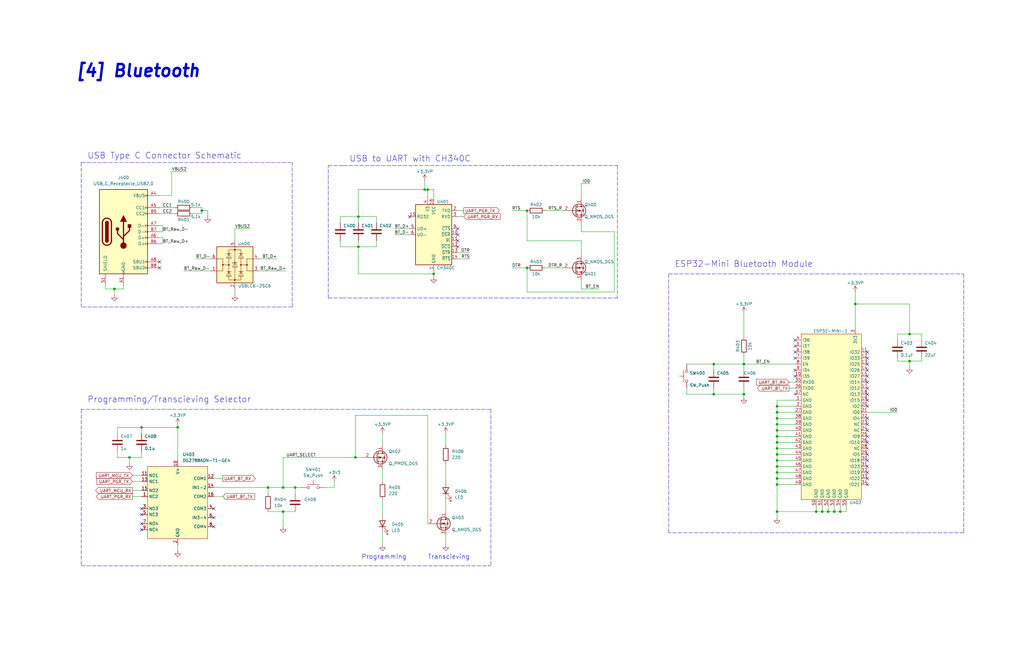
<source format=kicad_sch>
(kicad_sch (version 20211123) (generator eeschema)
  (paper "User" 431.8 279.4)
  (lib_symbols
    (symbol "Connector:USB_C_Receptacle_USB2.0" (pin_names (offset 1.016))
      (property "Reference" "J" (at -10.16 19.05 0))
      (property "Value" "USB_C_Receptacle_USB2.0" (at 19.05 19.05 0))
      (symbol "USB_C_Receptacle_USB2.0_0_0"
        (rectangle (start -0.254 -17.78) (end 0.254 -16.764))
        (rectangle (start 10.16 -14.986) (end 9.144 -15.494))
        (rectangle (start 10.16 -12.446) (end 9.144 -12.954))
        (rectangle (start 10.16 -4.826) (end 9.144 -5.334))
        (rectangle (start 10.16 -2.286) (end 9.144 -2.794))
        (rectangle (start 10.16 0.254) (end 9.144 -0.254))
        (rectangle (start 10.16 2.794) (end 9.144 2.286))
        (rectangle (start 10.16 7.874) (end 9.144 7.366))
        (rectangle (start 10.16 10.414) (end 9.144 9.906))
        (rectangle (start 10.16 15.494) (end 9.144 14.986))
      )
      (symbol "USB_C_Receptacle_USB2.0_0_1"
        (rectangle (start -10.16 17.78) (end 10.16 -17.78) (stroke (width 0.254)) (fill (type background)))
        (arc (start -8.89 -3.81) (mid -6.985 -5.715) (end -5.08 -3.81) (stroke (width 0.508)))
        (arc (start -7.62 -3.81) (mid -6.985 -4.445) (end -6.35 -3.81) (stroke (width 0.254)))
        (arc (start -7.62 -3.81) (mid -6.985 -4.445) (end -6.35 -3.81) (stroke (width 0.254)) (fill (type outline)))
        (rectangle (start -7.62 -3.81) (end -6.35 3.81) (stroke (width 0.254)) (fill (type outline)))
        (arc (start -6.35 3.81) (mid -6.985 4.445) (end -7.62 3.81) (stroke (width 0.254)))
        (arc (start -6.35 3.81) (mid -6.985 4.445) (end -7.62 3.81) (stroke (width 0.254)) (fill (type outline)))
        (arc (start -5.08 3.81) (mid -6.985 5.715) (end -8.89 3.81) (stroke (width 0.508)))
        (circle (center -2.54 1.143) (radius 0.635) (stroke (width 0.254)) (fill (type outline)))
        (circle (center 0 -5.842) (radius 1.27) (fill (type outline)))
        (polyline (pts (xy -8.89 -3.81) (xy -8.89 3.81)) (stroke (width 0.508)))
        (polyline (pts (xy -5.08 3.81) (xy -5.08 -3.81)) (stroke (width 0.508)))
        (polyline (pts (xy 0 -5.842) (xy 0 4.318)) (stroke (width 0.508)))
        (polyline (pts (xy 0 -3.302) (xy -2.54 -0.762) (xy -2.54 0.508)) (stroke (width 0.508)))
        (polyline (pts (xy 0 -2.032) (xy 2.54 0.508) (xy 2.54 1.778)) (stroke (width 0.508)))
        (polyline (pts (xy -1.27 4.318) (xy 0 6.858) (xy 1.27 4.318) (xy -1.27 4.318)) (stroke (width 0.254)) (fill (type outline)))
        (rectangle (start 1.905 1.778) (end 3.175 3.048) (stroke (width 0.254)) (fill (type outline)))
      )
      (symbol "USB_C_Receptacle_USB2.0_1_1"
        (pin passive line (at 0 -22.86 90) (length 5.08) (name "GND") (number "A1"))
        (pin passive line (at 0 -22.86 90) (length 5.08) hide (name "GND") (number "A12"))
        (pin passive line (at 15.24 15.24 180) (length 5.08) (name "VBUS") (number "A4"))
        (pin bidirectional line (at 15.24 10.16 180) (length 5.08) (name "CC1") (number "A5"))
        (pin bidirectional line (at 15.24 -2.54 180) (length 5.08) (name "D+") (number "A6"))
        (pin bidirectional line (at 15.24 2.54 180) (length 5.08) (name "D-") (number "A7"))
        (pin bidirectional line (at 15.24 -12.7 180) (length 5.08) (name "SBU1") (number "A8"))
        (pin passive line (at 15.24 15.24 180) (length 5.08) hide (name "VBUS") (number "A9"))
        (pin passive line (at 0 -22.86 90) (length 5.08) hide (name "GND") (number "B1"))
        (pin passive line (at 0 -22.86 90) (length 5.08) hide (name "GND") (number "B12"))
        (pin passive line (at 15.24 15.24 180) (length 5.08) hide (name "VBUS") (number "B4"))
        (pin bidirectional line (at 15.24 7.62 180) (length 5.08) (name "CC2") (number "B5"))
        (pin bidirectional line (at 15.24 -5.08 180) (length 5.08) (name "D+") (number "B6"))
        (pin bidirectional line (at 15.24 0 180) (length 5.08) (name "D-") (number "B7"))
        (pin bidirectional line (at 15.24 -15.24 180) (length 5.08) (name "SBU2") (number "B8"))
        (pin passive line (at 15.24 15.24 180) (length 5.08) hide (name "VBUS") (number "B9"))
        (pin passive line (at -7.62 -22.86 90) (length 5.08) (name "SHIELD") (number "S1"))
      )
    )
    (symbol "Device:C" (pin_numbers hide) (pin_names (offset 0.254))
      (property "Reference" "C" (at 0.635 2.54 0))
      (property "Value" "C" (at 0.635 -2.54 0))
      (symbol "C_0_1"
        (polyline (pts (xy -2.032 -0.762) (xy 2.032 -0.762)) (stroke (width 0.508)))
        (polyline (pts (xy -2.032 0.762) (xy 2.032 0.762)) (stroke (width 0.508)))
      )
      (symbol "C_1_1"
        (pin passive line (at 0 3.81 270) (length 2.794) (name "~") (number "1"))
        (pin passive line (at 0 -3.81 90) (length 2.794) (name "~") (number "2"))
      )
    )
    (symbol "Device:LED" (pin_numbers hide) (pin_names (offset 1.016) hide)
      (property "Reference" "D" (at 0 2.54 0))
      (property "Value" "LED" (at 0 -2.54 0))
      (symbol "LED_0_1"
        (polyline (pts (xy -1.27 -1.27) (xy -1.27 1.27)) (stroke (width 0.254)))
        (polyline (pts (xy -1.27 0) (xy 1.27 0)))
        (polyline (pts (xy 1.27 -1.27) (xy 1.27 1.27) (xy -1.27 0) (xy 1.27 -1.27)) (stroke (width 0.254)))
        (polyline (pts (xy -3.048 -0.762) (xy -4.572 -2.286) (xy -3.81 -2.286) (xy -4.572 -2.286) (xy -4.572 -1.524)))
        (polyline (pts (xy -1.778 -0.762) (xy -3.302 -2.286) (xy -2.54 -2.286) (xy -3.302 -2.286) (xy -3.302 -1.524)))
      )
      (symbol "LED_1_1"
        (pin passive line (at -3.81 0 0) (length 2.54) (name "K") (number "1"))
        (pin passive line (at 3.81 0 180) (length 2.54) (name "A") (number "2"))
      )
    )
    (symbol "Device:Q_NMOS_DGS" (pin_names (offset 0) hide)
      (property "Reference" "Q" (at 5.08 1.27 0))
      (property "Value" "Q_NMOS_DGS" (at 5.08 -1.27 0))
      (symbol "Q_NMOS_DGS_0_1"
        (polyline (pts (xy 0.254 0) (xy -2.54 0)))
        (polyline (pts (xy 0.254 1.905) (xy 0.254 -1.905)) (stroke (width 0.254)))
        (polyline (pts (xy 0.762 -1.27) (xy 0.762 -2.286)) (stroke (width 0.254)))
        (polyline (pts (xy 0.762 0.508) (xy 0.762 -0.508)) (stroke (width 0.254)))
        (polyline (pts (xy 0.762 2.286) (xy 0.762 1.27)) (stroke (width 0.254)))
        (polyline (pts (xy 2.54 2.54) (xy 2.54 1.778)))
        (polyline (pts (xy 2.54 -2.54) (xy 2.54 0) (xy 0.762 0)))
        (polyline (pts (xy 0.762 -1.778) (xy 3.302 -1.778) (xy 3.302 1.778) (xy 0.762 1.778)))
        (polyline (pts (xy 1.016 0) (xy 2.032 0.381) (xy 2.032 -0.381) (xy 1.016 0)) (fill (type outline)))
        (polyline (pts (xy 2.794 0.508) (xy 2.921 0.381) (xy 3.683 0.381) (xy 3.81 0.254)))
        (polyline (pts (xy 3.302 0.381) (xy 2.921 -0.254) (xy 3.683 -0.254) (xy 3.302 0.381)))
        (circle (center 1.651 0) (radius 2.794) (stroke (width 0.254)))
        (circle (center 2.54 -1.778) (radius 0.254) (fill (type outline)))
        (circle (center 2.54 1.778) (radius 0.254) (fill (type outline)))
      )
      (symbol "Q_NMOS_DGS_1_1"
        (pin passive line (at 2.54 5.08 270) (length 2.54) (name "D") (number "1"))
        (pin input line (at -5.08 0 0) (length 2.54) (name "G") (number "2"))
        (pin passive line (at 2.54 -5.08 90) (length 2.54) (name "S") (number "3"))
      )
    )
    (symbol "Device:Q_PMOS_DGS" (pin_names (offset 0) hide)
      (property "Reference" "Q" (at 5.08 1.27 0))
      (property "Value" "Q_PMOS_DGS" (at 5.08 -1.27 0))
      (symbol "Q_PMOS_DGS_0_1"
        (polyline (pts (xy 0.254 0) (xy -2.54 0)))
        (polyline (pts (xy 0.254 1.905) (xy 0.254 -1.905)) (stroke (width 0.254)))
        (polyline (pts (xy 0.762 -1.27) (xy 0.762 -2.286)) (stroke (width 0.254)))
        (polyline (pts (xy 0.762 0.508) (xy 0.762 -0.508)) (stroke (width 0.254)))
        (polyline (pts (xy 0.762 2.286) (xy 0.762 1.27)) (stroke (width 0.254)))
        (polyline (pts (xy 2.54 2.54) (xy 2.54 1.778)))
        (polyline (pts (xy 2.54 -2.54) (xy 2.54 0) (xy 0.762 0)))
        (polyline (pts (xy 0.762 1.778) (xy 3.302 1.778) (xy 3.302 -1.778) (xy 0.762 -1.778)))
        (polyline (pts (xy 2.286 0) (xy 1.27 0.381) (xy 1.27 -0.381) (xy 2.286 0)) (fill (type outline)))
        (polyline (pts (xy 2.794 -0.508) (xy 2.921 -0.381) (xy 3.683 -0.381) (xy 3.81 -0.254)))
        (polyline (pts (xy 3.302 -0.381) (xy 2.921 0.254) (xy 3.683 0.254) (xy 3.302 -0.381)))
        (circle (center 1.651 0) (radius 2.794) (stroke (width 0.254)))
        (circle (center 2.54 -1.778) (radius 0.254) (fill (type outline)))
        (circle (center 2.54 1.778) (radius 0.254) (fill (type outline)))
      )
      (symbol "Q_PMOS_DGS_1_1"
        (pin passive line (at 2.54 5.08 270) (length 2.54) (name "D") (number "1"))
        (pin input line (at -5.08 0 0) (length 2.54) (name "G") (number "2"))
        (pin passive line (at 2.54 -5.08 90) (length 2.54) (name "S") (number "3"))
      )
    )
    (symbol "Device:R" (pin_numbers hide) (pin_names (offset 0))
      (property "Reference" "R" (at 2.032 0 90))
      (property "Value" "R" (at 0 0 90))
      (symbol "R_0_1"
        (rectangle (start -1.016 -2.54) (end 1.016 2.54) (stroke (width 0.254)))
      )
      (symbol "R_1_1"
        (pin passive line (at 0 3.81 270) (length 1.27) (name "~") (number "1"))
        (pin passive line (at 0 -3.81 90) (length 1.27) (name "~") (number "2"))
      )
    )
    (symbol "Ghanis_Symbols_KiCad6:DG2788ADN-T1-GE4"
      (property "Reference" "U" (at 10.16 26.67 0))
      (property "Value" "DG2788ADN-T1-GE4" (at 11.43 -6.35 0))
      (symbol "DG2788ADN-T1-GE4_0_0"
        (pin bidirectional line (at -15.24 12.7 0) (length 2.54) (name "NC2") (number "1"))
        (pin power_in line (at 0 27.94 270) (length 2.54) (name "V+") (number "10"))
        (pin bidirectional line (at -15.24 21.59 0) (length 2.54) (name "NO1") (number "11"))
        (pin bidirectional line (at 15.24 20.32 180) (length 2.54) (name "COM1") (number "12"))
        (pin bidirectional line (at -15.24 19.05 0) (length 2.54) (name "NC1") (number "13"))
        (pin input line (at 15.24 16.51 180) (length 2.54) (name "IN1-2") (number "14"))
        (pin bidirectional line (at -15.24 15.24 0) (length 2.54) (name "NO2") (number "15"))
        (pin bidirectional line (at 15.24 12.7 180) (length 2.54) (name "COM2") (number "16"))
        (pin power_in line (at 0 -7.62 90) (length 2.54) (name "GND") (number "2"))
        (pin bidirectional line (at -15.24 7.62 0) (length 2.54) (name "NO3") (number "3"))
        (pin bidirectional line (at 15.24 7.62 180) (length 2.54) (name "COM3") (number "4"))
        (pin bidirectional line (at -15.24 5.08 0) (length 2.54) (name "NC3") (number "5"))
        (pin input line (at 15.24 3.81 180) (length 2.54) (name "IN3-4") (number "6"))
        (pin bidirectional line (at -15.24 1.27 0) (length 2.54) (name "NO4") (number "7"))
        (pin bidirectional line (at 15.24 0 180) (length 2.54) (name "COM4") (number "8"))
        (pin bidirectional line (at -15.24 -1.27 0) (length 2.54) (name "NC4") (number "9"))
      )
      (symbol "DG2788ADN-T1-GE4_0_1"
        (rectangle (start -12.7 25.4) (end 12.7 -5.08) (fill (type background)))
      )
    )
    (symbol "Ghanis_Symbols_KiCad6:ESP32-MINI-1"
      (property "Reference" "U" (at -11.43 11.43 0))
      (property "Value" "ESP32-MINI-1" (at -1.27 11.43 0))
      (symbol "ESP32-MINI-1_0_0"
        (pin power_in line (at -15.24 -17.78 0) (length 2.54) (name "GND") (number "1"))
        (pin input line (at -15.24 -7.62 0) (length 2.54) (name "I35") (number "10"))
        (pin bidirectional line (at 15.24 2.54 180) (length 2.54) (name "IO32") (number "11"))
        (pin bidirectional line (at 15.24 0 180) (length 2.54) (name "IO33") (number "12"))
        (pin bidirectional line (at 15.24 -2.54 180) (length 2.54) (name "IO25") (number "13"))
        (pin bidirectional line (at 15.24 -5.08 180) (length 2.54) (name "IO26") (number "14"))
        (pin bidirectional line (at 15.24 -7.62 180) (length 2.54) (name "IO27") (number "15"))
        (pin bidirectional line (at 15.24 -10.16 180) (length 2.54) (name "IO14") (number "16"))
        (pin bidirectional line (at 15.24 -12.7 180) (length 2.54) (name "IO12") (number "17"))
        (pin bidirectional line (at 15.24 -15.24 180) (length 2.54) (name "IO13") (number "18"))
        (pin bidirectional line (at 15.24 -17.78 180) (length 2.54) (name "IO15") (number "19"))
        (pin power_in line (at -15.24 -20.32 0) (length 2.54) (name "GND") (number "2"))
        (pin bidirectional line (at 15.24 -20.32 180) (length 2.54) (name "IO2") (number "20"))
        (pin bidirectional line (at 15.24 -22.86 180) (length 2.54) (name "IO0") (number "21"))
        (pin bidirectional line (at 15.24 -25.4 180) (length 2.54) (name "IO4") (number "22"))
        (pin bidirectional line (at 15.24 -27.94 180) (length 2.54) (name "NC") (number "23"))
        (pin bidirectional line (at 15.24 -30.48 180) (length 2.54) (name "NC") (number "24"))
        (pin bidirectional line (at 15.24 -33.02 180) (length 2.54) (name "IO9") (number "25"))
        (pin bidirectional line (at 15.24 -35.56 180) (length 2.54) (name "IO10") (number "26"))
        (pin power_in line (at -15.24 -22.86 0) (length 2.54) (name "GND") (number "27"))
        (pin no_connect line (at 15.24 -38.1 180) (length 2.54) (name "NC") (number "28"))
        (pin bidirectional line (at 15.24 -40.64 180) (length 2.54) (name "IO5") (number "29"))
        (pin power_in line (at 10.16 12.7 270) (length 2.54) (name "3V3") (number "3"))
        (pin bidirectional line (at 15.24 -43.18 180) (length 2.54) (name "IO18") (number "30"))
        (pin bidirectional line (at 15.24 -45.72 180) (length 2.54) (name "IO23") (number "31"))
        (pin bidirectional line (at 15.24 -48.26 180) (length 2.54) (name "IO19") (number "32"))
        (pin bidirectional line (at 15.24 -50.8 180) (length 2.54) (name "IO22") (number "33"))
        (pin bidirectional line (at 15.24 -53.34 180) (length 2.54) (name "IO21") (number "34"))
        (pin bidirectional line (at -15.24 -10.16 0) (length 2.54) (name "RXD0") (number "35"))
        (pin bidirectional line (at -15.24 -12.7 0) (length 2.54) (name "TXD0") (number "36"))
        (pin no_connect line (at -15.24 -15.24 0) (length 2.54) (name "NC") (number "37"))
        (pin power_in line (at -15.24 -25.4 0) (length 2.54) (name "GND") (number "38"))
        (pin power_in line (at -15.24 -27.94 0) (length 2.54) (name "GND") (number "39"))
        (pin input line (at -15.24 7.62 0) (length 2.54) (name "I36") (number "4"))
        (pin power_in line (at -15.24 -30.48 0) (length 2.54) (name "GND") (number "40"))
        (pin power_in line (at -15.24 -33.02 0) (length 2.54) (name "GND") (number "41"))
        (pin power_in line (at -15.24 -35.56 0) (length 2.54) (name "GND") (number "42"))
        (pin power_in line (at -15.24 -38.1 0) (length 2.54) (name "GND") (number "43"))
        (pin power_in line (at -15.24 -40.64 0) (length 2.54) (name "GND") (number "44"))
        (pin power_in line (at -15.24 -43.18 0) (length 2.54) (name "GND") (number "45"))
        (pin power_in line (at -15.24 -45.72 0) (length 2.54) (name "GND") (number "46"))
        (pin power_in line (at -15.24 -48.26 0) (length 2.54) (name "GND") (number "47"))
        (pin power_in line (at -15.24 -50.8 0) (length 2.54) (name "GND") (number "48"))
        (pin power_in line (at -15.24 -53.34 0) (length 2.54) (name "GND") (number "49"))
        (pin input line (at -15.24 5.08 0) (length 2.54) (name "I37") (number "5"))
        (pin power_in line (at -6.35 -62.23 90) (length 2.54) (name "GND") (number "50"))
        (pin power_in line (at -3.81 -62.23 90) (length 2.54) (name "GND") (number "51"))
        (pin power_in line (at -1.27 -62.23 90) (length 2.54) (name "GND") (number "52"))
        (pin power_in line (at 1.27 -62.23 90) (length 2.54) (name "GND") (number "53"))
        (pin power_in line (at 3.81 -62.23 90) (length 2.54) (name "GND") (number "54"))
        (pin power_in line (at 6.35 -62.23 90) (length 2.54) (name "GND") (number "55"))
        (pin input line (at -15.24 2.54 0) (length 2.54) (name "I38") (number "6"))
        (pin input line (at -15.24 0 0) (length 2.54) (name "I39") (number "7"))
        (pin input line (at -15.24 -2.54 0) (length 2.54) (name "EN") (number "8"))
        (pin input line (at -15.24 -5.08 0) (length 2.54) (name "I34") (number "9"))
      )
      (symbol "ESP32-MINI-1_0_1"
        (rectangle (start -12.7 10.16) (end 12.7 -59.69) (fill (type background)))
      )
    )
    (symbol "Interface_USB:CH340C"
      (property "Reference" "U" (at -5.08 13.97 0))
      (property "Value" "CH340C" (at 1.27 13.97 0))
      (symbol "CH340C_0_1"
        (rectangle (start -7.62 12.7) (end 7.62 -12.7) (stroke (width 0.254)) (fill (type background)))
      )
      (symbol "CH340C_1_1"
        (pin power_in line (at 0 -15.24 90) (length 2.54) (name "GND") (number "1"))
        (pin input line (at 10.16 0 180) (length 2.54) (name "~{DSR}") (number "10"))
        (pin input line (at 10.16 -2.54 180) (length 2.54) (name "~{RI}") (number "11"))
        (pin input line (at 10.16 -5.08 180) (length 2.54) (name "~{DCD}") (number "12"))
        (pin output line (at 10.16 -7.62 180) (length 2.54) (name "~{DTR}") (number "13"))
        (pin output line (at 10.16 -10.16 180) (length 2.54) (name "~{RTS}") (number "14"))
        (pin input line (at -10.16 7.62 0) (length 2.54) (name "R232") (number "15"))
        (pin power_in line (at 0 15.24 270) (length 2.54) (name "VCC") (number "16"))
        (pin output line (at 10.16 10.16 180) (length 2.54) (name "TXD") (number "2"))
        (pin input line (at 10.16 7.62 180) (length 2.54) (name "RXD") (number "3"))
        (pin passive line (at -2.54 15.24 270) (length 2.54) (name "V3") (number "4"))
        (pin bidirectional line (at -10.16 2.54 0) (length 2.54) (name "UD+") (number "5"))
        (pin bidirectional line (at -10.16 0 0) (length 2.54) (name "UD-") (number "6"))
        (pin no_connect line (at -7.62 -7.62 0) (length 2.54) hide (name "NC") (number "7"))
        (pin no_connect line (at -7.62 -10.16 0) (length 2.54) hide (name "NC") (number "8"))
        (pin input line (at 10.16 2.54 180) (length 2.54) (name "~{CTS}") (number "9"))
      )
    )
    (symbol "Power_Protection:USBLC6-2SC6" (pin_names hide)
      (property "Reference" "U" (at 2.54 8.89 0))
      (property "Value" "USBLC6-2SC6" (at 2.54 -8.89 0))
      (symbol "USBLC6-2SC6_0_1"
        (rectangle (start -7.62 -7.62) (end 7.62 7.62) (stroke (width 0.254)) (fill (type background)))
        (circle (center -5.08 0) (radius 0.254) (fill (type outline)))
        (circle (center -2.54 0) (radius 0.254) (fill (type outline)))
        (rectangle (start -2.54 6.35) (end 2.54 -6.35))
        (circle (center 0 -6.35) (radius 0.254) (fill (type outline)))
        (polyline (pts (xy -5.08 -2.54) (xy -7.62 -2.54)))
        (polyline (pts (xy -5.08 0) (xy -5.08 -2.54)))
        (polyline (pts (xy -5.08 2.54) (xy -7.62 2.54)))
        (polyline (pts (xy -1.524 -2.794) (xy -3.556 -2.794)))
        (polyline (pts (xy -1.524 4.826) (xy -3.556 4.826)))
        (polyline (pts (xy 0 -7.62) (xy 0 -6.35)))
        (polyline (pts (xy 0 -6.35) (xy 0 1.27)))
        (polyline (pts (xy 0 1.27) (xy 0 6.35)))
        (polyline (pts (xy 0 6.35) (xy 0 7.62)))
        (polyline (pts (xy 1.524 -2.794) (xy 3.556 -2.794)))
        (polyline (pts (xy 1.524 4.826) (xy 3.556 4.826)))
        (polyline (pts (xy 5.08 -2.54) (xy 7.62 -2.54)))
        (polyline (pts (xy 5.08 0) (xy 5.08 -2.54)))
        (polyline (pts (xy 5.08 2.54) (xy 7.62 2.54)))
        (polyline (pts (xy -2.54 0) (xy -5.08 0) (xy -5.08 2.54)))
        (polyline (pts (xy 2.54 0) (xy 5.08 0) (xy 5.08 2.54)))
        (polyline (pts (xy -3.556 -4.826) (xy -1.524 -4.826) (xy -2.54 -2.794) (xy -3.556 -4.826)))
        (polyline (pts (xy -3.556 2.794) (xy -1.524 2.794) (xy -2.54 4.826) (xy -3.556 2.794)))
        (polyline (pts (xy -1.016 -1.016) (xy 1.016 -1.016) (xy 0 1.016) (xy -1.016 -1.016)))
        (polyline (pts (xy 1.016 1.016) (xy 0.762 1.016) (xy -1.016 1.016) (xy -1.016 0.508)))
        (polyline (pts (xy 3.556 -4.826) (xy 1.524 -4.826) (xy 2.54 -2.794) (xy 3.556 -4.826)))
        (polyline (pts (xy 3.556 2.794) (xy 1.524 2.794) (xy 2.54 4.826) (xy 3.556 2.794)))
        (circle (center 0 6.35) (radius 0.254) (fill (type outline)))
        (circle (center 2.54 0) (radius 0.254) (fill (type outline)))
        (circle (center 5.08 0) (radius 0.254) (fill (type outline)))
      )
      (symbol "USBLC6-2SC6_1_1"
        (pin passive line (at -10.16 -2.54 0) (length 2.54) (name "I/O1") (number "1"))
        (pin passive line (at 0 -10.16 90) (length 2.54) (name "GND") (number "2"))
        (pin passive line (at 10.16 -2.54 180) (length 2.54) (name "I/O2") (number "3"))
        (pin passive line (at 10.16 2.54 180) (length 2.54) (name "I/O2") (number "4"))
        (pin passive line (at 0 10.16 270) (length 2.54) (name "VBUS") (number "5"))
        (pin passive line (at -10.16 2.54 0) (length 2.54) (name "I/O1") (number "6"))
      )
    )
    (symbol "Switch:SW_Push" (pin_numbers hide) (pin_names (offset 1.016) hide)
      (property "Reference" "SW" (at 1.27 2.54 0))
      (property "Value" "SW_Push" (at 0 -1.524 0))
      (symbol "SW_Push_0_1"
        (circle (center -2.032 0) (radius 0.508))
        (polyline (pts (xy 0 1.27) (xy 0 3.048)))
        (polyline (pts (xy 2.54 1.27) (xy -2.54 1.27)))
        (circle (center 2.032 0) (radius 0.508))
        (pin passive line (at -5.08 0 0) (length 2.54) (name "1") (number "1"))
        (pin passive line (at 5.08 0 180) (length 2.54) (name "2") (number "2"))
      )
    )
    (symbol "power:+3.3V" (power) (pin_names (offset 0))
      (property "Value" "+3.3V" (at 0 3.556 0))
      (symbol "+3.3V_0_1"
        (polyline (pts (xy -0.762 1.27) (xy 0 2.54)))
        (polyline (pts (xy 0 0) (xy 0 2.54)))
        (polyline (pts (xy 0 2.54) (xy 0.762 1.27)))
      )
      (symbol "+3.3V_1_1"
        (pin power_in line (at 0 0 90) (length 0) hide (name "+3V3") (number "1"))
      )
    )
    (symbol "power:+3.3VP" (power) (pin_names (offset 0))
      (property "Value" "+3.3VP" (at 0 2.54 0))
      (symbol "+3.3VP_0_0"
        (pin power_in line (at 0 0 90) (length 0) hide (name "+3.3VP") (number "1"))
      )
      (symbol "+3.3VP_0_1"
        (polyline (pts (xy -0.762 1.27) (xy 0 2.54)))
        (polyline (pts (xy 0 0) (xy 0 2.54)))
        (polyline (pts (xy 0 2.54) (xy 0.762 1.27)))
      )
    )
    (symbol "power:GND" (power) (pin_names (offset 0))
      (property "Value" "GND" (at 0 -3.81 0))
      (symbol "GND_0_1"
        (polyline (pts (xy 0 0) (xy 0 -1.27) (xy 1.27 -1.27) (xy 0 -2.54) (xy -1.27 -1.27) (xy 0 -1.27)))
      )
      (symbol "GND_1_1"
        (pin power_in line (at 0 0 270) (length 0) hide (name "GND") (number "1"))
      )
    )
  )
  (junction (at 327.66 171.45))
  (junction (at 300.99 153.67))
  (junction (at 327.66 196.85))
  (junction (at 346.71 215.9))
  (junction (at 351.79 215.9))
  (junction (at 383.54 152.4))
  (junction (at 349.25 215.9))
  (junction (at 149.86 193.04))
  (junction (at 327.66 184.15))
  (junction (at 344.17 215.9))
  (junction (at 360.68 128.27))
  (junction (at 85.09 88.9))
  (junction (at 354.33 215.9))
  (junction (at 313.69 153.67))
  (junction (at 119.38 205.74))
  (junction (at 48.26 121.92))
  (junction (at 119.38 215.9))
  (junction (at 74.93 180.34))
  (junction (at 327.66 173.99))
  (junction (at 180.34 80.01))
  (junction (at 327.66 204.47))
  (junction (at 327.66 199.39))
  (junction (at 327.66 194.31))
  (junction (at 151.13 104.14))
  (junction (at 222.25 113.03))
  (junction (at 151.13 91.44))
  (junction (at 383.54 140.97))
  (junction (at 54.61 193.04))
  (junction (at 327.66 186.69))
  (junction (at 327.66 215.9))
  (junction (at 327.66 176.53))
  (junction (at 222.25 88.9))
  (junction (at 327.66 191.77))
  (junction (at 124.46 205.74))
  (junction (at 179.07 80.01))
  (junction (at 327.66 181.61))
  (junction (at 300.99 166.37))
  (junction (at 113.03 205.74))
  (junction (at 327.66 189.23))
  (junction (at 59.69 180.34))
  (junction (at 327.66 179.07))
  (junction (at 327.66 201.93))
  (junction (at 182.88 115.57))
  (junction (at 313.69 166.37))
  (no_connect (at 335.28 146.05))
  (no_connect (at 335.28 148.59))
  (no_connect (at 365.76 191.77))
  (no_connect (at 365.76 194.31))
  (no_connect (at 365.76 196.85))
  (no_connect (at 365.76 199.39))
  (no_connect (at 365.76 201.93))
  (no_connect (at 365.76 204.47))
  (no_connect (at 335.28 151.13))
  (no_connect (at 335.28 156.21))
  (no_connect (at 335.28 158.75))
  (no_connect (at 365.76 176.53))
  (no_connect (at 365.76 179.07))
  (no_connect (at 365.76 181.61))
  (no_connect (at 365.76 184.15))
  (no_connect (at 365.76 186.69))
  (no_connect (at 365.76 153.67))
  (no_connect (at 365.76 163.83))
  (no_connect (at 365.76 166.37))
  (no_connect (at 365.76 168.91))
  (no_connect (at 365.76 171.45))
  (no_connect (at 365.76 161.29))
  (no_connect (at 365.76 156.21))
  (no_connect (at 365.76 158.75))
  (no_connect (at 335.28 143.51))
  (no_connect (at 193.04 104.14))
  (no_connect (at 193.04 101.6))
  (no_connect (at 193.04 99.06))
  (no_connect (at 90.17 214.63))
  (no_connect (at 90.17 218.44))
  (no_connect (at 90.17 222.25))
  (no_connect (at 59.69 223.52))
  (no_connect (at 59.69 220.98))
  (no_connect (at 59.69 214.63))
  (no_connect (at 59.69 217.17))
  (no_connect (at 193.04 96.52))
  (no_connect (at 365.76 151.13))
  (no_connect (at 365.76 148.59))
  (no_connect (at 172.72 91.44))
  (no_connect (at 67.31 110.49))
  (no_connect (at 67.31 113.03))
  (wire (pts (xy 67.31 95.25) (xy 68.58 95.25)))
  (wire (pts (xy 59.69 190.5) (xy 59.69 193.04)))
  (wire (pts (xy 327.66 204.47) (xy 327.66 215.9)))
  (wire (pts (xy 327.66 176.53) (xy 327.66 179.07)))
  (wire (pts (xy 124.46 205.74) (xy 127 205.74)))
  (wire (pts (xy 149.86 175.26) (xy 149.86 193.04)))
  (wire (pts (xy 119.38 205.74) (xy 124.46 205.74)))
  (wire (pts (xy 327.66 186.69) (xy 327.66 189.23)))
  (wire (pts (xy 85.09 88.9) (xy 87.63 88.9)))
  (wire (pts (xy 383.54 128.27) (xy 383.54 140.97)))
  (wire (pts (xy 327.66 189.23) (xy 335.28 189.23)))
  (wire (pts (xy 67.31 87.63) (xy 73.66 87.63)))
  (polyline (pts (xy 138.43 125.73) (xy 144.78 125.73)))
  (wire (pts (xy 187.96 226.06) (xy 187.96 229.87)))
  (wire (pts (xy 109.22 109.22) (xy 116.84 109.22)))
  (wire (pts (xy 327.66 184.15) (xy 327.66 186.69)))
  (wire (pts (xy 81.28 90.17) (xy 85.09 90.17)))
  (polyline (pts (xy 260.35 125.73) (xy 144.78 125.73)))
  (wire (pts (xy 166.37 99.06) (xy 172.72 99.06)))
  (wire (pts (xy 335.28 173.99) (xy 327.66 173.99)))
  (wire (pts (xy 55.88 207.01) (xy 59.69 207.01)))
  (wire (pts (xy 153.67 193.04) (xy 149.86 193.04)))
  (polyline (pts (xy 138.43 125.73) (xy 138.43 69.85)))
  (wire (pts (xy 124.46 205.74) (xy 124.46 208.28)))
  (wire (pts (xy 44.45 120.65) (xy 44.45 121.92)))
  (wire (pts (xy 77.47 114.3) (xy 88.9 114.3)))
  (wire (pts (xy 143.51 91.44) (xy 143.51 93.98)))
  (wire (pts (xy 215.9 88.9) (xy 222.25 88.9)))
  (wire (pts (xy 180.34 175.26) (xy 149.86 175.26)))
  (wire (pts (xy 327.66 186.69) (xy 335.28 186.69)))
  (wire (pts (xy 182.88 114.3) (xy 182.88 115.57)))
  (wire (pts (xy 360.68 128.27) (xy 360.68 138.43)))
  (wire (pts (xy 119.38 193.04) (xy 119.38 205.74)))
  (wire (pts (xy 327.66 171.45) (xy 335.28 171.45)))
  (wire (pts (xy 180.34 220.98) (xy 180.34 175.26)))
  (polyline (pts (xy 406.4 224.79) (xy 281.94 224.79)))
  (wire (pts (xy 82.55 109.22) (xy 88.9 109.22)))
  (polyline (pts (xy 260.35 69.85) (xy 260.35 125.73)))
  (wire (pts (xy 161.29 224.79) (xy 161.29 229.87)))
  (wire (pts (xy 354.33 215.9) (xy 356.87 215.9)))
  (polyline (pts (xy 281.94 224.79) (xy 281.94 115.57)))
  (polyline (pts (xy 34.29 172.72) (xy 34.29 238.76)))
  (wire (pts (xy 119.38 215.9) (xy 119.38 222.25)))
  (wire (pts (xy 327.66 189.23) (xy 327.66 191.77)))
  (wire (pts (xy 327.66 204.47) (xy 335.28 204.47)))
  (wire (pts (xy 327.66 179.07) (xy 335.28 179.07)))
  (wire (pts (xy 67.31 97.79) (xy 68.58 97.79)))
  (wire (pts (xy 349.25 215.9) (xy 351.79 215.9)))
  (wire (pts (xy 300.99 163.83) (xy 300.99 166.37)))
  (wire (pts (xy 300.99 156.21) (xy 300.99 153.67)))
  (wire (pts (xy 149.86 193.04) (xy 119.38 193.04)))
  (wire (pts (xy 67.31 102.87) (xy 68.58 102.87)))
  (wire (pts (xy 327.66 201.93) (xy 327.66 204.47)))
  (wire (pts (xy 327.66 215.9) (xy 327.66 218.44)))
  (wire (pts (xy 151.13 80.01) (xy 179.07 80.01)))
  (wire (pts (xy 161.29 198.12) (xy 161.29 203.2)))
  (wire (pts (xy 335.28 168.91) (xy 327.66 168.91)))
  (wire (pts (xy 222.25 101.6) (xy 245.11 101.6)))
  (wire (pts (xy 344.17 215.9) (xy 346.71 215.9)))
  (wire (pts (xy 327.66 181.61) (xy 335.28 181.61)))
  (wire (pts (xy 49.53 190.5) (xy 49.53 193.04)))
  (wire (pts (xy 327.66 196.85) (xy 335.28 196.85)))
  (wire (pts (xy 222.25 123.19) (xy 259.08 123.19)))
  (polyline (pts (xy 34.29 68.58) (xy 34.29 129.54)))
  (wire (pts (xy 151.13 91.44) (xy 151.13 93.98)))
  (wire (pts (xy 74.93 179.07) (xy 74.93 180.34)))
  (wire (pts (xy 195.58 91.44) (xy 193.04 91.44)))
  (wire (pts (xy 48.26 121.92) (xy 48.26 124.46)))
  (polyline (pts (xy 207.01 172.72) (xy 207.01 238.76)))
  (wire (pts (xy 44.45 121.92) (xy 48.26 121.92)))
  (wire (pts (xy 346.71 213.36) (xy 346.71 215.9)))
  (wire (pts (xy 143.51 101.6) (xy 143.51 104.14)))
  (wire (pts (xy 52.07 120.65) (xy 52.07 121.92)))
  (wire (pts (xy 327.66 194.31) (xy 327.66 196.85)))
  (wire (pts (xy 193.04 109.22) (xy 198.12 109.22)))
  (wire (pts (xy 327.66 171.45) (xy 327.66 173.99)))
  (wire (pts (xy 182.88 80.01) (xy 182.88 83.82)))
  (wire (pts (xy 151.13 91.44) (xy 143.51 91.44)))
  (wire (pts (xy 349.25 213.36) (xy 349.25 215.9)))
  (wire (pts (xy 105.41 96.52) (xy 99.06 96.52)))
  (wire (pts (xy 354.33 213.36) (xy 354.33 215.9)))
  (wire (pts (xy 49.53 180.34) (xy 59.69 180.34)))
  (wire (pts (xy 151.13 115.57) (xy 182.88 115.57)))
  (wire (pts (xy 229.87 88.9) (xy 237.49 88.9)))
  (wire (pts (xy 327.66 184.15) (xy 335.28 184.15)))
  (wire (pts (xy 332.74 163.83) (xy 335.28 163.83)))
  (wire (pts (xy 113.03 205.74) (xy 119.38 205.74)))
  (wire (pts (xy 195.58 88.9) (xy 193.04 88.9)))
  (wire (pts (xy 351.79 215.9) (xy 354.33 215.9)))
  (wire (pts (xy 259.08 97.79) (xy 245.11 97.79)))
  (wire (pts (xy 351.79 213.36) (xy 351.79 215.9)))
  (wire (pts (xy 85.09 87.63) (xy 85.09 88.9)))
  (wire (pts (xy 90.17 205.74) (xy 113.03 205.74)))
  (polyline (pts (xy 34.29 238.76) (xy 207.01 238.76)))
  (wire (pts (xy 388.62 140.97) (xy 388.62 143.51)))
  (polyline (pts (xy 123.19 129.54) (xy 123.19 68.58)))
  (wire (pts (xy 245.11 121.92) (xy 252.73 121.92)))
  (wire (pts (xy 215.9 113.03) (xy 222.25 113.03)))
  (wire (pts (xy 327.66 196.85) (xy 327.66 199.39)))
  (wire (pts (xy 313.69 132.08) (xy 313.69 142.24)))
  (wire (pts (xy 67.31 90.17) (xy 73.66 90.17)))
  (wire (pts (xy 327.66 191.77) (xy 327.66 194.31)))
  (wire (pts (xy 327.66 179.07) (xy 327.66 181.61)))
  (wire (pts (xy 78.74 72.39) (xy 72.39 72.39)))
  (wire (pts (xy 193.04 106.68) (xy 198.12 106.68)))
  (wire (pts (xy 124.46 215.9) (xy 119.38 215.9)))
  (wire (pts (xy 143.51 104.14) (xy 151.13 104.14)))
  (wire (pts (xy 182.88 115.57) (xy 182.88 116.84)))
  (wire (pts (xy 55.88 203.2) (xy 59.69 203.2)))
  (wire (pts (xy 59.69 180.34) (xy 59.69 182.88)))
  (wire (pts (xy 179.07 80.01) (xy 180.34 80.01)))
  (wire (pts (xy 99.06 121.92) (xy 99.06 124.46)))
  (wire (pts (xy 313.69 149.86) (xy 313.69 153.67)))
  (wire (pts (xy 59.69 180.34) (xy 74.93 180.34)))
  (wire (pts (xy 388.62 152.4) (xy 383.54 152.4)))
  (wire (pts (xy 327.66 194.31) (xy 335.28 194.31)))
  (wire (pts (xy 74.93 229.87) (xy 74.93 232.41)))
  (wire (pts (xy 327.66 168.91) (xy 327.66 171.45)))
  (wire (pts (xy 365.76 173.99) (xy 378.46 173.99)))
  (wire (pts (xy 99.06 96.52) (xy 99.06 101.6)))
  (wire (pts (xy 300.99 153.67) (xy 313.69 153.67)))
  (wire (pts (xy 113.03 205.74) (xy 113.03 208.28)))
  (wire (pts (xy 356.87 213.36) (xy 356.87 215.9)))
  (wire (pts (xy 383.54 140.97) (xy 388.62 140.97)))
  (wire (pts (xy 245.11 77.47) (xy 248.92 77.47)))
  (polyline (pts (xy 138.43 69.85) (xy 144.78 69.85)))
  (wire (pts (xy 378.46 151.13) (xy 378.46 152.4)))
  (wire (pts (xy 180.34 83.82) (xy 180.34 80.01)))
  (wire (pts (xy 74.93 180.34) (xy 74.93 194.31)))
  (wire (pts (xy 90.17 209.55) (xy 93.98 209.55)))
  (wire (pts (xy 187.96 210.82) (xy 187.96 215.9)))
  (wire (pts (xy 327.66 199.39) (xy 327.66 201.93)))
  (wire (pts (xy 55.88 200.66) (xy 59.69 200.66)))
  (wire (pts (xy 166.37 96.52) (xy 172.72 96.52)))
  (wire (pts (xy 140.97 205.74) (xy 140.97 203.2)))
  (wire (pts (xy 54.61 193.04) (xy 54.61 195.58)))
  (polyline (pts (xy 123.19 129.54) (xy 34.29 129.54)))
  (wire (pts (xy 388.62 151.13) (xy 388.62 152.4)))
  (wire (pts (xy 378.46 140.97) (xy 383.54 140.97)))
  (wire (pts (xy 68.58 97.79) (xy 68.58 95.25)))
  (wire (pts (xy 158.75 91.44) (xy 151.13 91.44)))
  (wire (pts (xy 55.88 209.55) (xy 59.69 209.55)))
  (wire (pts (xy 85.09 88.9) (xy 85.09 90.17)))
  (wire (pts (xy 289.56 163.83) (xy 289.56 166.37)))
  (wire (pts (xy 313.69 163.83) (xy 313.69 166.37)))
  (wire (pts (xy 327.66 215.9) (xy 344.17 215.9)))
  (wire (pts (xy 313.69 166.37) (xy 313.69 167.64)))
  (wire (pts (xy 360.68 123.19) (xy 360.68 128.27)))
  (wire (pts (xy 344.17 213.36) (xy 344.17 215.9)))
  (wire (pts (xy 90.17 201.93) (xy 93.98 201.93)))
  (wire (pts (xy 67.31 100.33) (xy 68.58 100.33)))
  (wire (pts (xy 346.71 215.9) (xy 349.25 215.9)))
  (wire (pts (xy 222.25 113.03) (xy 222.25 123.19)))
  (wire (pts (xy 49.53 182.88) (xy 49.53 180.34)))
  (wire (pts (xy 327.66 173.99) (xy 327.66 176.53)))
  (wire (pts (xy 313.69 153.67) (xy 335.28 153.67)))
  (wire (pts (xy 327.66 191.77) (xy 335.28 191.77)))
  (wire (pts (xy 59.69 193.04) (xy 54.61 193.04)))
  (wire (pts (xy 378.46 143.51) (xy 378.46 140.97)))
  (wire (pts (xy 137.16 205.74) (xy 140.97 205.74)))
  (wire (pts (xy 52.07 121.92) (xy 48.26 121.92)))
  (wire (pts (xy 327.66 199.39) (xy 335.28 199.39)))
  (wire (pts (xy 49.53 193.04) (xy 54.61 193.04)))
  (wire (pts (xy 158.75 93.98) (xy 158.75 91.44)))
  (wire (pts (xy 72.39 72.39) (xy 72.39 82.55)))
  (wire (pts (xy 327.66 181.61) (xy 327.66 184.15)))
  (polyline (pts (xy 207.01 172.72) (xy 34.29 172.72)))
  (polyline (pts (xy 406.4 115.57) (xy 406.4 224.79)))
  (polyline (pts (xy 144.78 69.85) (xy 260.35 69.85)))
  (wire (pts (xy 245.11 83.82) (xy 245.11 77.47)))
  (wire (pts (xy 229.87 113.03) (xy 237.49 113.03)))
  (polyline (pts (xy 34.29 68.58) (xy 123.19 68.58)))
  (wire (pts (xy 327.66 201.93) (xy 335.28 201.93)))
  (wire (pts (xy 113.03 215.9) (xy 119.38 215.9)))
  (wire (pts (xy 300.99 166.37) (xy 313.69 166.37)))
  (wire (pts (xy 332.74 161.29) (xy 335.28 161.29)))
  (wire (pts (xy 109.22 114.3) (xy 120.65 114.3)))
  (wire (pts (xy 222.25 88.9) (xy 222.25 101.6)))
  (polyline (pts (xy 281.94 115.57) (xy 406.4 115.57)))
  (wire (pts (xy 259.08 123.19) (xy 259.08 97.79)))
  (wire (pts (xy 151.13 101.6) (xy 151.13 104.14)))
  (wire (pts (xy 289.56 153.67) (xy 300.99 153.67)))
  (wire (pts (xy 289.56 166.37) (xy 300.99 166.37)))
  (wire (pts (xy 151.13 80.01) (xy 151.13 91.44)))
  (wire (pts (xy 378.46 152.4) (xy 383.54 152.4)))
  (wire (pts (xy 151.13 104.14) (xy 158.75 104.14)))
  (wire (pts (xy 245.11 101.6) (xy 245.11 107.95)))
  (wire (pts (xy 158.75 104.14) (xy 158.75 101.6)))
  (wire (pts (xy 67.31 82.55) (xy 72.39 82.55)))
  (wire (pts (xy 360.68 128.27) (xy 383.54 128.27)))
  (wire (pts (xy 68.58 102.87) (xy 68.58 100.33)))
  (wire (pts (xy 81.28 87.63) (xy 85.09 87.63)))
  (wire (pts (xy 179.07 76.2) (xy 179.07 80.01)))
  (wire (pts (xy 327.66 176.53) (xy 335.28 176.53)))
  (wire (pts (xy 313.69 153.67) (xy 313.69 156.21)))
  (wire (pts (xy 161.29 182.88) (xy 161.29 187.96)))
  (wire (pts (xy 161.29 210.82) (xy 161.29 217.17)))
  (wire (pts (xy 245.11 93.98) (xy 245.11 97.79)))
  (wire (pts (xy 187.96 195.58) (xy 187.96 203.2)))
  (wire (pts (xy 187.96 182.88) (xy 187.96 187.96)))
  (wire (pts (xy 245.11 121.92) (xy 245.11 118.11)))
  (wire (pts (xy 151.13 104.14) (xy 151.13 115.57)))
  (wire (pts (xy 180.34 80.01) (xy 182.88 80.01)))
  (wire (pts (xy 87.63 88.9) (xy 87.63 91.44)))
  (wire (pts (xy 383.54 154.94) (xy 383.54 152.4)))
  (text "ESP32-Mini Bluetooth Module" (at 284.48 113.03 0) (effects (font (size 2.54 2.54)) (justify left bottom)))
  (text "[4] Bluetooth" (at 31.75 33.02 0) (effects (font (size 5.08 5.08) (thickness 1.016) bold italic) (justify left bottom)))
  (text "Programming" (at 152.4 236.22 0) (effects (font (size 1.905 1.905)) (justify left bottom)))
  (text "USB Type C Connector Schematic" (at 36.83 67.31 0) (effects (font (size 2.54 2.54)) (justify left bottom)))
  (text "USB to UART with CH340C" (at 147.32 68.58 0) (effects (font (size 2.54 2.54)) (justify left bottom)))
  (text "Programming/Transcieving Selector" (at 36.83 170.18 0) (effects (font (size 2.54 2.54)) (justify left bottom)))
  (text "Transcieving\n" (at 180.34 236.22 0) (effects (font (size 1.905 1.905)) (justify left bottom)))
  (label "VBUS2" (at 105.41 96.52 180))
  (label "CC1" (at 68.58 87.63 0))
  (label "CC2" (at 68.58 90.17 0))
  (label "RTS" (at 198.12 109.22 180))
  (label "BT_D+" (at 116.84 109.22 180))
  (label "BT_Raw_D+" (at 120.65 114.3 180))
  (label "RTS" (at 215.9 88.9 0))
  (label "DTR_R" (at 231.14 113.03 0))
  (label "UART_SELECT" (at 120.65 193.04 0))
  (label "BT_D-" (at 166.37 99.06 0))
  (label "RTS_R" (at 231.14 88.9 0))
  (label "BT_Raw_D-" (at 77.47 114.3 0))
  (label "BT_EN" (at 252.73 121.92 180))
  (label "BT_Raw_D-" (at 68.58 97.79 0))
  (label "DTR" (at 215.9 113.03 0))
  (label "BT_Raw_D+" (at 68.58 102.87 0))
  (label "BT_EN" (at 318.77 153.67 0))
  (label "DTR" (at 198.12 106.68 180))
  (label "IO0" (at 378.46 173.99 180))
  (label "IO0" (at 248.92 77.47 180))
  (label "VBUS2" (at 78.74 72.39 180))
  (label "BT_D-" (at 82.55 109.22 0))
  (label "BT_D+" (at 166.37 96.52 0))
  (global_label "UART_BT_TX" (shape input) (at 93.98 209.55 0) (property "Intersheet References" "${INTERSHEET_REFS}" (effects hide)))
  (global_label "UART_BT_RX" (shape input) (at 332.74 161.29 180) (property "Intersheet References" "${INTERSHEET_REFS}" (effects hide)))
  (global_label "UART_MCU_RX" (shape output) (at 55.88 207.01 180) (property "Intersheet References" "${INTERSHEET_REFS}" (effects hide)))
  (global_label "UART_BT_TX" (shape output) (at 332.74 163.83 180) (property "Intersheet References" "${INTERSHEET_REFS}" (effects hide)))
  (global_label "UART_PGR_TX" (shape output) (at 195.58 88.9 0) (property "Intersheet References" "${INTERSHEET_REFS}" (effects hide)))
  (global_label "UART_PGR_RX" (shape output) (at 55.88 209.55 180) (property "Intersheet References" "${INTERSHEET_REFS}" (effects hide)))
  (global_label "UART_MCU_TX" (shape input) (at 55.88 200.66 180) (property "Intersheet References" "${INTERSHEET_REFS}" (effects hide)))
  (global_label "UART_BT_RX" (shape output) (at 93.98 201.93 0) (property "Intersheet References" "${INTERSHEET_REFS}" (effects hide)))
  (global_label "UART_PGR_TX" (shape input) (at 55.88 203.2 180) (property "Intersheet References" "${INTERSHEET_REFS}" (effects hide)))
  (global_label "UART_PGR_RX" (shape input) (at 195.58 91.44 0) (property "Intersheet References" "${INTERSHEET_REFS}" (effects hide)))
  (symbol (lib_id "Device:C") (at 158.75 97.79 0) (unit 1)
    (property "Reference" "C402" (at 160.02 95.25 0) (effects (justify left)))
  )
  (symbol (lib_id "Device:R") (at 113.03 212.09 0) (unit 1)
    (property "Reference" "R404" (at 115.57 210.8199 0) (effects (justify left)))
    (property "Value" "10k" (at 115.57 213.3599 0) (effects (justify left)))
  )
  (symbol (lib_id "power:+3.3VP") (at 179.07 76.2 0) (unit 1)
    (property "Reference" "#PWR?" (effects hide))
    (property "Value" "+3.3VP" (at 179.07 72.39 0))
  )
  (symbol (lib_id "power:GND") (at 383.54 154.94 0) (unit 1)
    (property "Reference" "#PWR?" (effects hide))
    (property "Value" "GND" (effects hide))
  )
  (symbol (lib_id "Device:Q_NMOS_DGS") (at 242.57 113.03 0) (mirror x) (unit 1)
    (property "Reference" "Q401" (at 246.38 115.57 0) (effects (justify left)))
    (property "Value" "Q_NMOS_DGS" (at 246.38 110.49 0) (effects (justify left)))
  )
  (symbol (lib_id "power:+3.3V") (at 140.97 203.2 0) (unit 1)
    (property "Reference" "#PWR?" (effects hide))
    (property "Value" "+3.3V" (at 140.97 199.39 0))
  )
  (symbol (lib_id "Device:C") (at 378.46 147.32 0) (unit 1)
    (property "Reference" "C403" (at 379.73 144.78 0) (effects (justify left)))
    (property "Value" "0.1uF" (at 379.73 149.86 0) (effects (justify left)))
  )
  (symbol (lib_id "Power_Protection:USBLC6-2SC6") (at 99.06 111.76 0) (unit 1)
    (property "Reference" "U400" (at 100.33 102.87 0) (effects (justify left)))
    (property "Value" "USBLC6-2SC6" (at 100.33 120.65 0) (effects (justify left)))
    (property "Footprint" "Package_TO_SOT_SMD:SOT-23-6" (effects hide))
    (property "Datasheet" "https://www.st.com/resource/en/datasheet/usblc6-2.pdf" (effects hide))
  )
  (symbol (lib_id "Device:Q_PMOS_DGS") (at 158.75 193.04 0) (unit 1)
    (property "Reference" "Q402" (at 163.83 190.5 0) (effects (justify left)))
    (property "Value" "Q_PMOS_DGS" (at 163.83 195.58 0) (effects (justify left)))
  )
  (symbol (lib_id "Device:R") (at 161.29 207.01 0) (unit 1)
    (property "Reference" "R405" (at 163.83 205.7399 0) (effects (justify left)))
    (property "Value" "220" (at 163.83 208.2799 0) (effects (justify left)))
  )
  (symbol (lib_id "Device:C") (at 124.46 212.09 0) (unit 1)
    (property "Reference" "C409" (at 128.27 210.8199 0) (effects (justify left)))
  )
  (symbol (lib_id "Device:C") (at 151.13 97.79 0) (unit 1)
    (property "Reference" "C401" (at 152.4 95.25 0) (effects (justify left)))
  )
  (symbol (lib_id "power:GND") (at 313.69 167.64 0) (unit 1)
    (property "Reference" "#PWR?" (effects hide))
    (property "Value" "GND" (effects hide))
  )
  (symbol (lib_id "power:+3.3VP") (at 187.96 182.88 0) (unit 1)
    (property "Reference" "#PWR?" (effects hide))
    (property "Value" "+3.3VP" (at 187.96 179.07 0))
  )
  (symbol (lib_id "power:GND") (at 161.29 229.87 0) (unit 1)
    (property "Reference" "#PWR?" (effects hide))
    (property "Value" "GND" (effects hide))
  )
  (symbol (lib_id "Device:LED") (at 187.96 207.01 90) (unit 1)
    (property "Reference" "D406" (at 191.77 207.3274 90) (effects (justify right)))
    (property "Value" "LED" (at 191.77 209.8674 90) (effects (justify right)))
  )
  (symbol (lib_id "Ghanis_Symbols_KiCad6:DG2788ADN-T1-GE4") (at 74.93 222.25 0) (unit 1)
    (property "Reference" "U403" (at 76.9494 191.77 0) (effects (justify left)))
    (property "Value" "DG2788ADN-T1-GE4" (at 76.9494 194.31 0) (effects (justify left)))
  )
  (symbol (lib_id "Device:R") (at 77.47 87.63 90) (unit 1)
    (property "Reference" "R400" (at 77.47 85.09 90))
    (property "Value" "5.1k" (at 82.55 86.36 90))
  )
  (symbol (lib_id "power:+3.3VP") (at 360.68 123.19 0) (unit 1)
    (property "Reference" "#PWR?" (effects hide))
    (property "Value" "+3.3VP" (at 360.68 119.38 0))
  )
  (symbol (lib_id "Device:C") (at 143.51 97.79 0) (unit 1)
    (property "Reference" "C400" (at 144.78 95.25 0) (effects (justify left)))
  )
  (symbol (lib_id "power:+3.3VP") (at 161.29 182.88 0) (unit 1)
    (property "Reference" "#PWR?" (effects hide))
    (property "Value" "+3.3VP" (at 161.29 179.07 0))
  )
  (symbol (lib_id "power:GND") (at 99.06 124.46 0) (unit 1)
    (property "Reference" "#PWR?" (effects hide))
    (property "Value" "GND" (effects hide))
  )
  (symbol (lib_id "power:GND") (at 54.61 195.58 0) (unit 1)
    (property "Reference" "#PWR?" (effects hide))
    (property "Value" "GND" (effects hide))
  )
  (symbol (lib_id "power:GND") (at 119.38 222.25 0) (unit 1)
    (property "Reference" "#PWR?" (effects hide))
    (property "Value" "GND" (effects hide))
  )
  (symbol (lib_id "Device:C") (at 49.53 186.69 0) (unit 1)
    (property "Reference" "C407" (at 50.8 184.15 0) (effects (justify left)))
    (property "Value" "1u" (at 50.8 189.23 0) (effects (justify left)))
  )
  (symbol (lib_id "Device:R") (at 226.06 113.03 90) (unit 1)
    (property "Reference" "R403" (at 226.06 110.49 90))
    (property "Value" "10k" (at 226.06 115.57 90))
  )
  (symbol (lib_id "Device:R") (at 187.96 191.77 0) (unit 1)
    (property "Reference" "R406" (at 190.5 190.4999 0) (effects (justify left)))
    (property "Value" "220" (at 190.5 193.0399 0) (effects (justify left)))
  )
  (symbol (lib_id "Device:R") (at 226.06 88.9 90) (unit 1)
    (property "Reference" "R402" (at 226.06 86.36 90))
    (property "Value" "10k" (at 226.06 91.44 90))
  )
  (symbol (lib_id "Switch:SW_Push") (at 132.08 205.74 0) (unit 1)
    (property "Reference" "SW401" (at 132.08 198.12 0))
    (property "Value" "SW_Push" (at 132.08 200.66 0))
  )
  (symbol (lib_id "Device:C") (at 313.69 160.02 0) (mirror y) (unit 1)
    (property "Reference" "C406" (at 318.77 157.48 0) (effects (justify left)))
  )
  (symbol (lib_id "power:GND") (at 327.66 218.44 0) (unit 1)
    (property "Reference" "#PWR?" (effects hide))
    (property "Value" "GND" (effects hide))
  )
  (symbol (lib_id "Device:C") (at 59.69 186.69 0) (unit 1)
    (property "Reference" "C408" (at 60.96 184.15 0) (effects (justify left)))
    (property "Value" "0.1u" (at 60.96 189.23 0) (effects (justify left)))
  )
  (symbol (lib_id "power:GND") (at 187.96 229.87 0) (unit 1)
    (property "Reference" "#PWR?" (effects hide))
    (property "Value" "GND" (effects hide))
  )
  (symbol (lib_id "power:GND") (at 182.88 116.84 0) (unit 1)
    (property "Reference" "#PWR?" (effects hide))
    (property "Value" "GND" (effects hide))
  )
  (symbol (lib_id "Connector:USB_C_Receptacle_USB2.0") (at 52.07 97.79 0) (unit 1)
    (property "Reference" "J400" (at 52.07 74.93 0))
    (property "Value" "USB_C_Receptacle_USB2.0" (at 52.07 77.47 0))
    (property "Datasheet" "https://www.usb.org/sites/default/files/documents/usb_type-c.zip" (effects hide))
  )
  (symbol (lib_id "Device:C") (at 388.62 147.32 0) (unit 1)
    (property "Reference" "C404" (at 389.89 144.78 0) (effects (justify left)))
    (property "Value" "22uF" (at 389.89 149.86 0) (effects (justify left)))
  )
  (symbol (lib_id "Device:LED") (at 161.29 220.98 90) (unit 1)
    (property "Reference" "D405" (at 165.1 221.2974 90) (effects (justify right)))
    (property "Value" "LED" (at 165.1 223.8374 90) (effects (justify right)))
  )
  (symbol (lib_id "power:GND") (at 48.26 124.46 0) (unit 1)
    (property "Reference" "#PWR?" (effects hide))
    (property "Value" "GND" (effects hide))
  )
  (symbol (lib_id "Ghanis_Symbols_KiCad6:ESP32-MINI-1") (at 350.52 151.13 0) (unit 1)
    (property "Reference" "U402" (at 358.14 212.09 0) (effects (justify left)))
    (property "Value" "ESP32-MINI-1" (at 342.9 139.7 0) (effects (justify left)))
  )
  (symbol (lib_id "Device:C") (at 300.99 160.02 0) (unit 1)
    (property "Reference" "C405" (at 302.26 157.48 0) (effects (justify left)))
  )
  (symbol (lib_id "Interface_USB:CH340C") (at 182.88 99.06 0) (unit 1)
    (property "Reference" "U401" (at 184.15 85.09 0) (effects (justify left)))
    (property "Value" "CH340C" (at 184.15 113.03 0) (effects (justify left)))
    (property "Footprint" "Package_SO:SOIC-16_3.9x9.9mm_P1.27mm" (effects hide))
    (property "Datasheet" "https://datasheet.lcsc.com/szlcsc/Jiangsu-Qin-Heng-CH340C_C84681.pdf" (effects hide))
  )
  (symbol (lib_id "Switch:SW_Push") (at 289.56 158.75 90) (unit 1)
    (property "Reference" "SW400" (at 290.83 157.4799 90) (effects (justify right)))
    (property "Value" "SW_Push" (at 290.83 162.56 90) (effects (justify right)))
  )
  (symbol (lib_id "Device:R") (at 77.47 90.17 270) (mirror x) (unit 1)
    (property "Reference" "5.1k" (at 82.55 91.44 90))
    (property "Value" "R401" (at 77.47 92.71 90))
  )
  (symbol (lib_id "power:GND") (at 74.93 232.41 0) (unit 1)
    (property "Reference" "#PWR?" (effects hide))
    (property "Value" "GND" (effects hide))
  )
  (symbol (lib_id "power:+3.3VP") (at 313.69 132.08 0) (unit 1)
    (property "Reference" "#PWR?" (effects hide))
    (property "Value" "+3.3VP" (at 313.69 128.27 0))
  )
  (symbol (lib_id "Device:Q_NMOS_DGS") (at 242.57 88.9 0) (unit 1)
    (property "Reference" "Q400" (at 246.38 86.36 0) (effects (justify left)))
    (property "Value" "Q_NMOS_DGS" (at 246.38 91.44 0) (effects (justify left)))
  )
  (symbol (lib_id "power:GND") (at 87.63 91.44 0) (unit 1)
    (property "Reference" "#PWR?" (effects hide))
    (property "Value" "GND" (effects hide))
  )
  (symbol (lib_id "power:+3.3VP") (at 74.93 179.07 0) (unit 1)
    (property "Reference" "#PWR?" (effects hide))
    (property "Value" "+3.3VP" (at 74.93 175.26 0))
  )
  (symbol (lib_id "Device:Q_NMOS_DGS") (at 185.42 220.98 0) (unit 1)
    (property "Reference" "Q403" (at 190.5 218.44 0) (effects (justify left)))
    (property "Value" "Q_NMOS_DGS" (at 190.5 223.52 0) (effects (justify left)))
  )
  (symbol (lib_id "Device:R") (at 313.69 146.05 180) (unit 1)
    (property "Reference" "R403" (at 311.15 146.05 90))
    (property "Value" "10k" (at 316.23 146.05 90))
  )
)
</source>
